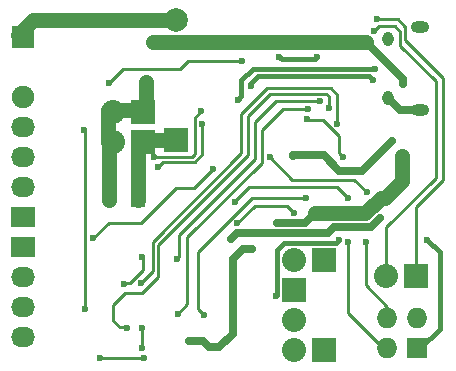
<source format=gbr>
G04 #@! TF.FileFunction,Copper,L2,Bot,Signal*
%FSLAX46Y46*%
G04 Gerber Fmt 4.6, Leading zero omitted, Abs format (unit mm)*
G04 Created by KiCad (PCBNEW 4.0.1-stable) date 25/03/2016 9:42:23 AM*
%MOMM*%
G01*
G04 APERTURE LIST*
%ADD10C,0.100000*%
%ADD11C,1.300000*%
%ADD12R,1.300000X1.300000*%
%ADD13C,1.998980*%
%ADD14R,1.998980X1.998980*%
%ADD15R,1.905000X1.905000*%
%ADD16C,1.905000*%
%ADD17R,2.032000X2.032000*%
%ADD18O,2.032000X2.032000*%
%ADD19O,0.950000X1.250000*%
%ADD20O,1.550000X1.000000*%
%ADD21R,2.032000X1.727200*%
%ADD22O,2.032000X1.727200*%
%ADD23R,1.727200X1.727200*%
%ADD24O,1.727200X1.727200*%
%ADD25C,0.600000*%
%ADD26C,0.635000*%
%ADD27C,1.270000*%
%ADD28C,0.400000*%
%ADD29C,0.250000*%
G04 APERTURE END LIST*
D10*
D11*
X87670000Y-111760000D03*
D12*
X90170000Y-111760000D03*
D13*
X93342460Y-96520000D03*
D14*
X93342460Y-106680000D03*
D15*
X80444800Y-97917000D03*
D16*
X80444800Y-102997000D03*
D17*
X105918000Y-124460000D03*
D18*
X103378000Y-124460000D03*
D19*
X111340460Y-103110300D03*
X111340460Y-98110300D03*
D20*
X114040460Y-104110300D03*
X114040460Y-97110300D03*
D21*
X80444800Y-113157000D03*
D22*
X80444800Y-110617000D03*
X80444800Y-108077000D03*
X80444800Y-105537000D03*
D23*
X113795000Y-124307600D03*
D24*
X111255000Y-124307600D03*
X113795000Y-121767600D03*
X111255000Y-121767600D03*
D17*
X105918000Y-116840000D03*
D18*
X103378000Y-116840000D03*
D21*
X80444800Y-115697000D03*
D22*
X80444800Y-118237000D03*
X80444800Y-120777000D03*
X80444800Y-123317000D03*
D17*
X113706100Y-118224300D03*
D18*
X111166100Y-118224300D03*
D17*
X103378000Y-119380000D03*
D18*
X103378000Y-121920000D03*
D17*
X90604800Y-106807000D03*
D18*
X88064800Y-106807000D03*
D17*
X90604800Y-104267000D03*
D18*
X88064800Y-104267000D03*
D25*
X112588500Y-101955600D03*
X91328700Y-98298000D03*
X112464800Y-107982000D03*
X105123440Y-112872520D03*
X101886498Y-113662460D03*
X111623300Y-106781600D03*
X103261620Y-108000800D03*
X102108000Y-99631500D03*
X105283000Y-99631500D03*
X94488000Y-123698000D03*
X99822000Y-115887500D03*
X85623400Y-120980200D03*
X85572600Y-105791000D03*
X110670800Y-113271300D03*
X98008900Y-115062000D03*
X114645900Y-115150900D03*
X90805000Y-101757598D03*
X107462780Y-108071920D03*
X104455420Y-104861360D03*
X98918220Y-99969320D03*
X87691420Y-101833680D03*
X103342900Y-112852200D03*
X98542300Y-113715800D03*
X107020820Y-105272840D03*
X90376200Y-118778020D03*
X106304540Y-103946960D03*
X89202720Y-122577860D03*
X105524760Y-103398320D03*
X93401340Y-116707920D03*
X104518920Y-104061260D03*
X93508020Y-121406920D03*
X99685300Y-102095300D03*
X110061200Y-101574600D03*
X110200900Y-100622100D03*
X98580400Y-103251000D03*
X95504000Y-104203500D03*
X91503500Y-108140500D03*
X95567500Y-105283000D03*
X91821000Y-108966000D03*
X96500140Y-109118400D03*
X86357920Y-114985800D03*
X107914800Y-115332000D03*
X107889800Y-111582000D03*
X98314800Y-111907000D03*
X101289800Y-108132000D03*
X109514800Y-111107000D03*
X109439800Y-115332000D03*
X104397000Y-111544100D03*
X95697500Y-121462800D03*
X107124500Y-115125500D03*
X101790500Y-119888000D03*
X110378700Y-96428560D03*
X110134860Y-97434400D03*
X90500200Y-122605800D03*
X90474800Y-124256800D03*
X88976200Y-118872000D03*
X90449400Y-116586000D03*
X90678000Y-125095000D03*
X86918800Y-125120400D03*
D26*
X112588500Y-101523800D02*
X112588500Y-101955600D01*
X109438900Y-98374200D02*
X112588500Y-101523800D01*
D27*
X91404900Y-98374200D02*
X109438900Y-98374200D01*
D26*
X91328700Y-98298000D02*
X91404900Y-98374200D01*
D27*
X105123440Y-112872520D02*
X109399280Y-112872520D01*
X112464800Y-110132000D02*
X112464800Y-107982000D01*
X111014800Y-111582000D02*
X112464800Y-110132000D01*
X110689800Y-111582000D02*
X111014800Y-111582000D01*
X109399280Y-112872520D02*
X110689800Y-111582000D01*
D26*
X104300480Y-113695480D02*
X105123440Y-112872520D01*
X101919518Y-113695480D02*
X104300480Y-113695480D01*
X101886498Y-113662460D02*
X101919518Y-113695480D01*
X114040460Y-104110300D02*
X112340460Y-104110300D01*
X112340460Y-104110300D02*
X111340460Y-103110300D01*
X109146800Y-109258100D02*
X111623300Y-106781600D01*
X107145280Y-109258100D02*
X109146800Y-109258100D01*
X105860040Y-107972860D02*
X107145280Y-109258100D01*
X103289560Y-107972860D02*
X105860040Y-107972860D01*
X103261620Y-108000800D02*
X103289560Y-107972860D01*
D28*
X102298500Y-99822000D02*
X102108000Y-99631500D01*
X105092500Y-99822000D02*
X102298500Y-99822000D01*
X105283000Y-99631500D02*
X105092500Y-99822000D01*
D26*
X95631000Y-123698000D02*
X94488000Y-123698000D01*
X96139000Y-124206000D02*
X95631000Y-123698000D01*
X97028000Y-124206000D02*
X96139000Y-124206000D01*
X98171000Y-123063000D02*
X97028000Y-124206000D01*
X98171000Y-116713000D02*
X98171000Y-123063000D01*
X99060000Y-115887500D02*
X98171000Y-116713000D01*
X99822000Y-115887500D02*
X99060000Y-115887500D01*
D29*
X85623400Y-105841800D02*
X85623400Y-120980200D01*
X85572600Y-105791000D02*
X85623400Y-105841800D01*
D26*
X109896100Y-114046000D02*
X110670800Y-113271300D01*
X106721100Y-114046000D02*
X109896100Y-114046000D01*
X106213100Y-114554000D02*
X106721100Y-114046000D01*
X98516900Y-114554000D02*
X106213100Y-114554000D01*
X98008900Y-115062000D02*
X98516900Y-114554000D01*
D28*
X113795000Y-124307600D02*
X114049000Y-124307600D01*
X114049000Y-124307600D02*
X115687300Y-122669300D01*
X115687300Y-122669300D02*
X115687300Y-116192300D01*
X115687300Y-116192300D02*
X114645900Y-115150900D01*
D27*
X90805000Y-101757598D02*
X90805000Y-103505000D01*
X90805000Y-103505000D02*
X90170000Y-104140000D01*
X87630000Y-104140000D02*
X90170000Y-104140000D01*
X87630000Y-106680000D02*
X87630000Y-104140000D01*
X87670000Y-111760000D02*
X87670000Y-106720000D01*
X87670000Y-106720000D02*
X87630000Y-106680000D01*
X90170000Y-106680000D02*
X93342460Y-106680000D01*
X90170000Y-111760000D02*
X90170000Y-106680000D01*
X93342460Y-96520000D02*
X81280000Y-96520000D01*
X81280000Y-96520000D02*
X80010000Y-97790000D01*
D29*
X107157980Y-107767120D02*
X107462780Y-108071920D01*
X107157980Y-106324400D02*
X107157980Y-107767120D01*
X105796540Y-104962960D02*
X107157980Y-106324400D01*
X104557020Y-104962960D02*
X105796540Y-104962960D01*
X104455420Y-104861360D02*
X104557020Y-104962960D01*
X94371620Y-99969320D02*
X98918220Y-99969320D01*
X93726460Y-100614480D02*
X94371620Y-99969320D01*
X88910620Y-100614480D02*
X93726460Y-100614480D01*
X87691420Y-101833680D02*
X88910620Y-100614480D01*
X102733300Y-112242600D02*
X103342900Y-112852200D01*
X100015500Y-112242600D02*
X102733300Y-112242600D01*
X98542300Y-113715800D02*
X100015500Y-112242600D01*
X107020820Y-102816660D02*
X107020820Y-105272840D01*
X106477260Y-102273100D02*
X107020820Y-102816660D01*
X101067060Y-102273100D02*
X106477260Y-102273100D01*
X98895360Y-104444800D02*
X101067060Y-102273100D01*
X98895360Y-107759500D02*
X98895360Y-104444800D01*
X91389660Y-115265200D02*
X98895360Y-107759500D01*
X91389660Y-117764560D02*
X91389660Y-115265200D01*
X90376200Y-118778020D02*
X91389660Y-117764560D01*
X106304540Y-102971600D02*
X106304540Y-103946960D01*
X106081020Y-102748080D02*
X106304540Y-102971600D01*
X101305820Y-102748080D02*
X106081020Y-102748080D01*
X99444000Y-104609900D02*
X101305820Y-102748080D01*
X99444000Y-107950000D02*
X99444000Y-104609900D01*
X91839662Y-115554338D02*
X99444000Y-107950000D01*
X91839662Y-118259438D02*
X91839662Y-115554338D01*
X90493040Y-119606060D02*
X91839662Y-118259438D01*
X89065560Y-119606060D02*
X90493040Y-119606060D01*
X88059720Y-120611900D02*
X89065560Y-119606060D01*
X88059720Y-121983500D02*
X88059720Y-120611900D01*
X88595660Y-122519440D02*
X88059720Y-121983500D01*
X89144300Y-122519440D02*
X88595660Y-122519440D01*
X89202720Y-122577860D02*
X89144300Y-122519440D01*
X101846840Y-103398320D02*
X105524760Y-103398320D01*
X100076460Y-105168700D02*
X101846840Y-103398320D01*
X100076460Y-108280200D02*
X100076460Y-105168700D01*
X93624860Y-114731800D02*
X100076460Y-108280200D01*
X93624860Y-116484400D02*
X93624860Y-114731800D01*
X93401340Y-116707920D02*
X93624860Y-116484400D01*
X102395480Y-104061260D02*
X104518920Y-104061260D01*
X100647960Y-105808780D02*
X102395480Y-104061260D01*
X100647960Y-108597700D02*
X100647960Y-105808780D01*
X94323360Y-114922300D02*
X100647960Y-108597700D01*
X94323360Y-120591580D02*
X94323360Y-114922300D01*
X93508020Y-121406920D02*
X94323360Y-120591580D01*
D28*
X99685300Y-101831702D02*
X99685300Y-102095300D01*
X100294900Y-101222102D02*
X99685300Y-101831702D01*
X109708702Y-101222102D02*
X100294900Y-101222102D01*
X110061200Y-101574600D02*
X109708702Y-101222102D01*
X99863100Y-100622100D02*
X110200900Y-100622100D01*
X98885200Y-101600000D02*
X99863100Y-100622100D01*
X98885200Y-102946200D02*
X98885200Y-101600000D01*
X98580400Y-103251000D02*
X98885200Y-102946200D01*
D29*
X94932500Y-104775000D02*
X95504000Y-104203500D01*
X94932500Y-107823000D02*
X94932500Y-104775000D01*
X94678500Y-108077000D02*
X94932500Y-107823000D01*
X91567000Y-108077000D02*
X94678500Y-108077000D01*
X91503500Y-108140500D02*
X91567000Y-108077000D01*
X95567500Y-107886500D02*
X95567500Y-105283000D01*
X94926998Y-108527002D02*
X95567500Y-107886500D01*
X92259998Y-108527002D02*
X94926998Y-108527002D01*
X91821000Y-108966000D02*
X92259998Y-108527002D01*
X94851680Y-110766860D02*
X96500140Y-109118400D01*
X93314980Y-110766860D02*
X94851680Y-110766860D01*
X90381280Y-113700560D02*
X93314980Y-110766860D01*
X87643160Y-113700560D02*
X90381280Y-113700560D01*
X86357920Y-114985800D02*
X87643160Y-113700560D01*
X111255000Y-124307600D02*
X110865400Y-124307600D01*
X110865400Y-124307600D02*
X107914800Y-121357000D01*
X107914800Y-121357000D02*
X107914800Y-115332000D01*
X107889800Y-111582000D02*
X106964800Y-110657000D01*
X106964800Y-110657000D02*
X99514800Y-110657000D01*
X99514800Y-110657000D02*
X98447171Y-111724629D01*
X98447171Y-111724629D02*
X98447171Y-111774629D01*
X98447171Y-111774629D02*
X98314800Y-111907000D01*
X111255000Y-121767600D02*
X111255000Y-120772200D01*
X103189800Y-110032000D02*
X101289800Y-108132000D01*
X108439800Y-110032000D02*
X103189800Y-110032000D01*
X109514800Y-111107000D02*
X108439800Y-110032000D01*
X109439800Y-118957000D02*
X109439800Y-115332000D01*
X111255000Y-120772200D02*
X109439800Y-118957000D01*
X99825000Y-111544100D02*
X104397000Y-111544100D01*
X95189500Y-116179600D02*
X99825000Y-111544100D01*
X95189500Y-120954800D02*
X95189500Y-116179600D01*
X95697500Y-121462800D02*
X95189500Y-120954800D01*
D28*
X106870500Y-115379500D02*
X107124500Y-115125500D01*
X102489000Y-115379500D02*
X106870500Y-115379500D01*
X101917500Y-115951000D02*
X102489000Y-115379500D01*
X101917500Y-119761000D02*
X101917500Y-115951000D01*
X101790500Y-119888000D02*
X101917500Y-119761000D01*
D29*
X113706100Y-118224300D02*
X113706100Y-112379760D01*
X112116060Y-96428560D02*
X110378700Y-96428560D01*
X112764182Y-97076682D02*
X112116060Y-96428560D01*
X112764182Y-98204442D02*
X112764182Y-97076682D01*
X116002260Y-101442520D02*
X112764182Y-98204442D01*
X116002260Y-110083600D02*
X116002260Y-101442520D01*
X113706100Y-112379760D02*
X116002260Y-110083600D01*
X111166100Y-118224300D02*
X111166100Y-114066320D01*
X110515860Y-97053400D02*
X110134860Y-97434400D01*
X111872220Y-97053400D02*
X110515860Y-97053400D01*
X112314180Y-97495360D02*
X111872220Y-97053400D01*
X112314180Y-98668840D02*
X112314180Y-97495360D01*
X115346940Y-101701600D02*
X112314180Y-98668840D01*
X115346940Y-109885480D02*
X115346940Y-101701600D01*
X111166100Y-114066320D02*
X115346940Y-109885480D01*
X90500200Y-124231400D02*
X90500200Y-122605800D01*
X90474800Y-124256800D02*
X90500200Y-124231400D01*
X89103200Y-118745000D02*
X88976200Y-118872000D01*
X89433400Y-118745000D02*
X89103200Y-118745000D01*
X90525600Y-117652800D02*
X89433400Y-118745000D01*
X90525600Y-116662200D02*
X90525600Y-117652800D01*
X90449400Y-116586000D02*
X90525600Y-116662200D01*
X86944200Y-125095000D02*
X90678000Y-125095000D01*
X86918800Y-125120400D02*
X86944200Y-125095000D01*
M02*

</source>
